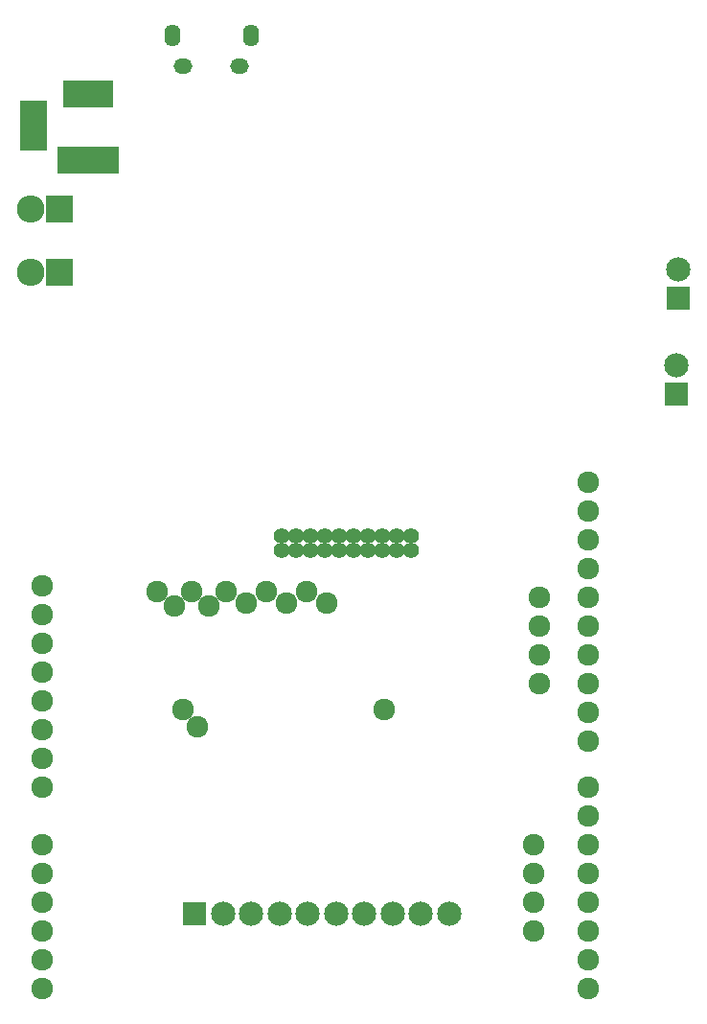
<source format=gbr>
G04 #@! TF.FileFunction,Soldermask,Bot*
%FSLAX46Y46*%
G04 Gerber Fmt 4.6, Leading zero omitted, Abs format (unit mm)*
G04 Created by KiCad (PCBNEW 4.0.6) date 10/11/17 14:16:52*
%MOMM*%
%LPD*%
G01*
G04 APERTURE LIST*
%ADD10C,0.100000*%
%ADD11C,1.924000*%
%ADD12R,4.400000X2.400000*%
%ADD13R,5.400000X2.400000*%
%ADD14R,2.400000X4.400000*%
%ADD15O,1.650000X1.350000*%
%ADD16O,1.400000X1.950000*%
%ADD17R,2.150000X2.150000*%
%ADD18C,2.150000*%
%ADD19C,1.400000*%
%ADD20R,2.432000X2.432000*%
%ADD21O,2.432000X2.432000*%
G04 APERTURE END LIST*
D10*
D11*
X67818000Y-109728000D03*
X67818000Y-114808000D03*
X67818000Y-117348000D03*
X67818000Y-119888000D03*
X67818000Y-122428000D03*
X67818000Y-124968000D03*
X67818000Y-127508000D03*
X67818000Y-132588000D03*
X67818000Y-135128000D03*
X67818000Y-137668000D03*
X67818000Y-140208000D03*
X67818000Y-142748000D03*
X67818000Y-145288000D03*
X116078000Y-145288000D03*
X116078000Y-142748000D03*
X116078000Y-140208000D03*
X116078000Y-137668000D03*
X116078000Y-135128000D03*
X116078000Y-132588000D03*
X116078000Y-130048000D03*
X116078000Y-127508000D03*
X116078000Y-123444000D03*
X116078000Y-120904000D03*
X116078000Y-118364000D03*
X116078000Y-115824000D03*
X116078000Y-113284000D03*
X116078000Y-110744000D03*
X116078000Y-108204000D03*
X116078000Y-105664000D03*
X116078000Y-103124000D03*
X116078000Y-100584000D03*
X67818000Y-112268000D03*
D12*
X71900000Y-66250000D03*
D13*
X71900000Y-72100000D03*
D14*
X67100000Y-69100000D03*
D15*
X85304900Y-63792540D03*
X80304900Y-63792540D03*
D16*
X86304900Y-61092540D03*
X79304900Y-61092540D03*
D17*
X123850000Y-92760000D03*
D18*
X123850000Y-90260000D03*
D17*
X124050000Y-84310000D03*
D18*
X124050000Y-81810000D03*
D19*
X89027000Y-105283000D03*
X89027000Y-106553000D03*
X90297000Y-105283000D03*
X90297000Y-106553000D03*
X91567000Y-105283000D03*
X91567000Y-106553000D03*
X92837000Y-105283000D03*
X92837000Y-106553000D03*
X94107000Y-105283000D03*
X94107000Y-106553000D03*
X95377000Y-105283000D03*
X95377000Y-106553000D03*
X96647000Y-105283000D03*
X96647000Y-106553000D03*
X97917000Y-105283000D03*
X97917000Y-106553000D03*
X99187000Y-105283000D03*
X99187000Y-106553000D03*
X100457000Y-105283000D03*
X100457000Y-106553000D03*
D17*
X81300000Y-138700000D03*
D18*
X83800000Y-138700000D03*
X86300000Y-138700000D03*
X88800000Y-138700000D03*
X91300000Y-138700000D03*
X93800000Y-138700000D03*
X96300000Y-138700000D03*
X98800000Y-138700000D03*
X101300000Y-138700000D03*
X103800000Y-138700000D03*
D11*
X98044000Y-120650000D03*
X111252000Y-140208000D03*
X111252000Y-137668000D03*
X111760000Y-118364000D03*
X111760000Y-115824000D03*
X111760000Y-113284000D03*
X111760000Y-110744000D03*
X111252000Y-135128000D03*
X111252000Y-132588000D03*
X87630000Y-110236000D03*
X85852000Y-111252000D03*
X84074000Y-110236000D03*
X82550000Y-111506000D03*
X81026000Y-110236000D03*
X79502000Y-111506000D03*
X92964000Y-111252000D03*
X91186000Y-110236000D03*
X89408000Y-111252000D03*
X80264000Y-120650000D03*
X81534000Y-122174000D03*
X77978000Y-110236000D03*
D20*
X69342000Y-82042000D03*
D21*
X66802000Y-82042000D03*
D20*
X69342000Y-76454000D03*
D21*
X66802000Y-76454000D03*
M02*

</source>
